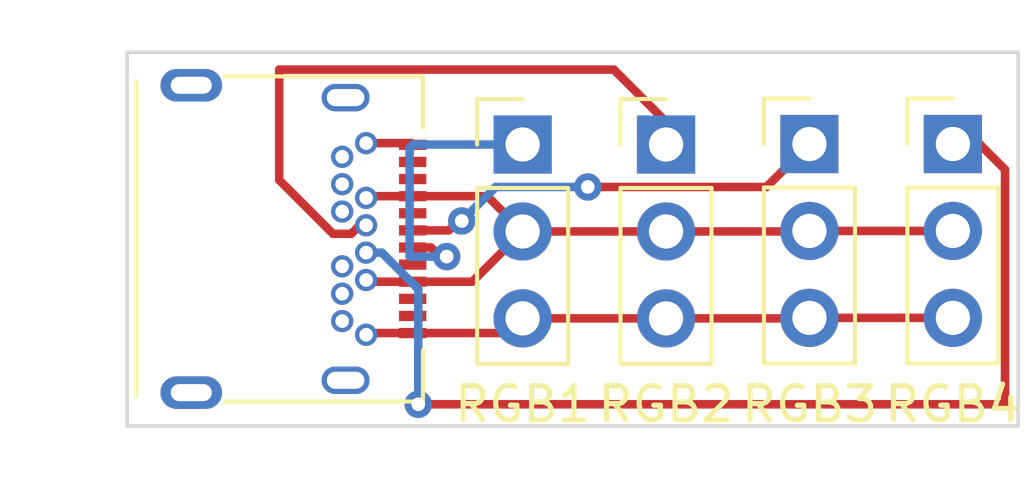
<source format=kicad_pcb>
(kicad_pcb (version 20211014) (generator pcbnew)
  (layers (0 "F.Cu" signal) (31 "B.Cu" signal) (34 "B.Paste" user) (35 "F.Paste" user) (36 "B.SilkS" user "B.Silkscreen") (37 "F.SilkS" user "F.Silkscreen") (38 "B.Mask" user) (39 "F.Mask" user) (44 "Edge.Cuts" user))
  (net 0 "")
  (net 1 "GND")
  (net 4 "VBUS")
  (net 6 "Net-(J1-PadA6)")
  (net 7 "Net-(J1-PadA7)")
  (net 14 "Net-(J1-PadB6)")
  (net 15 "Net-(J1-PadB7)")
  (footprint "Connector_PinHeader_2.54mm:PinHeader_1x03_P2.54mm_Vertical" (layer "F.Cu") (at 112.776 75.976)
    (fp_text reference "J3" hide)
    (fp_text value "RGB2" (at 0 7.59) (layer "F.SilkS"))
    (fp_line (start -1.33 0) (end -1.33 -1.33) (layer "F.SilkS") (width 0.12))
    (fp_line (start -1.33 6.41) (end 1.33 6.41) (layer "F.SilkS") (width 0.12))
    (fp_line (start -1.33 1.27) (end 1.33 1.27) (layer "F.SilkS") (width 0.12))
    (fp_line (start 1.33 1.27) (end 1.33 6.41) (layer "F.SilkS") (width 0.12))
    (fp_line (start -1.33 1.27) (end -1.33 6.41) (layer "F.SilkS") (width 0.12))
    (fp_line (start -1.33 -1.33) (end 0 -1.33) (layer "F.SilkS") (width 0.12))
    (pad "1" thru_hole rect (at 0 0) (size 1.7 1.7) (drill 1) (layers *.Cu *.Mask) (net 15 "Net-(J1-PadB7)"))
    (pad "2" thru_hole oval (at 0 2.54) (size 1.7 1.7) (drill 1) (layers *.Cu *.Mask) (net 4 "VBUS"))
    (pad "3" thru_hole oval (at 0 5.08) (size 1.7 1.7) (drill 1) (layers *.Cu *.Mask) (net 1 "GND"))
  )
  (footprint "Connector_PinHeader_2.54mm:PinHeader_1x03_P2.54mm_Vertical" (layer "F.Cu") (at 121.158 75.961)
    (fp_text reference "J5" hide)
    (fp_text value "RGB4" (at 0 7.605) (layer "F.SilkS"))
    (fp_line (start -1.33 0) (end -1.33 -1.33) (layer "F.SilkS") (width 0.12))
    (fp_line (start -1.33 1.27) (end 1.33 1.27) (layer "F.SilkS") (width 0.12))
    (fp_line (start -1.33 -1.33) (end 0 -1.33) (layer "F.SilkS") (width 0.12))
    (fp_line (start -1.33 6.41) (end 1.33 6.41) (layer "F.SilkS") (width 0.12))
    (fp_line (start -1.33 1.27) (end -1.33 6.41) (layer "F.SilkS") (width 0.12))
    (fp_line (start 1.33 1.27) (end 1.33 6.41) (layer "F.SilkS") (width 0.12))
    (pad "1" thru_hole rect (at 0 0) (size 1.7 1.7) (drill 1) (layers *.Cu *.Mask) (net 14 "Net-(J1-PadB6)"))
    (pad "2" thru_hole oval (at 0 2.54) (size 1.7 1.7) (drill 1) (layers *.Cu *.Mask) (net 4 "VBUS"))
    (pad "3" thru_hole oval (at 0 5.08) (size 1.7 1.7) (drill 1) (layers *.Cu *.Mask) (net 1 "GND"))
  )
  (footprint "Connector_PinHeader_2.54mm:PinHeader_1x03_P2.54mm_Vertical" (layer "F.Cu") (at 116.967 75.961)
    (fp_text reference "J4" hide)
    (fp_text value "RGB3" (at 0 7.605) (layer "F.SilkS"))
    (fp_line (start -1.33 1.27) (end -1.33 6.41) (layer "F.SilkS") (width 0.12))
    (fp_line (start -1.33 6.41) (end 1.33 6.41) (layer "F.SilkS") (width 0.12))
    (fp_line (start -1.33 1.27) (end 1.33 1.27) (layer "F.SilkS") (width 0.12))
    (fp_line (start -1.33 0) (end -1.33 -1.33) (layer "F.SilkS") (width 0.12))
    (fp_line (start -1.33 -1.33) (end 0 -1.33) (layer "F.SilkS") (width 0.12))
    (fp_line (start 1.33 1.27) (end 1.33 6.41) (layer "F.SilkS") (width 0.12))
    (pad "1" thru_hole rect (at 0 0) (size 1.7 1.7) (drill 1) (layers *.Cu *.Mask) (net 6 "Net-(J1-PadA6)"))
    (pad "2" thru_hole oval (at 0 2.54) (size 1.7 1.7) (drill 1) (layers *.Cu *.Mask) (net 4 "VBUS"))
    (pad "3" thru_hole oval (at 0 5.08) (size 1.7 1.7) (drill 1) (layers *.Cu *.Mask) (net 1 "GND"))
  )
  (footprint "Connector_PinHeader_2.54mm:PinHeader_1x03_P2.54mm_Vertical" (layer "F.Cu") (at 108.585 75.976)
    (fp_text reference "J2" hide)
    (fp_text value "RGB1" (at 0 7.59) (layer "F.SilkS"))
    (fp_line (start 1.33 1.27) (end 1.33 6.41) (layer "F.SilkS") (width 0.12))
    (fp_line (start -1.33 6.41) (end 1.33 6.41) (layer "F.SilkS") (width 0.12))
    (fp_line (start -1.33 1.27) (end 1.33 1.27) (layer "F.SilkS") (width 0.12))
    (fp_line (start -1.33 0) (end -1.33 -1.33) (layer "F.SilkS") (width 0.12))
    (fp_line (start -1.33 1.27) (end -1.33 6.41) (layer "F.SilkS") (width 0.12))
    (fp_line (start -1.33 -1.33) (end 0 -1.33) (layer "F.SilkS") (width 0.12))
    (pad "1" thru_hole rect (at 0 0) (size 1.7 1.7) (drill 1) (layers *.Cu *.Mask) (net 7 "Net-(J1-PadA7)"))
    (pad "2" thru_hole oval (at 0 2.54) (size 1.7 1.7) (drill 1) (layers *.Cu *.Mask) (net 4 "VBUS"))
    (pad "3" thru_hole oval (at 0 5.08) (size 1.7 1.7) (drill 1) (layers *.Cu *.Mask) (net 1 "GND"))
  )
  (footprint "USB-C-Connectors:TYPE-C-31-M-04" (layer "F.Cu") (at 100.303 78.735 -90)
    (fp_text reference "J1" hide)
    (fp_text value "USB_C_Receptacle")
    (fp_line (start -4.75 -5.37) (end -3.25 -5.37) (layer "F.SilkS") (width 0.12))
    (fp_line (start -4.75 -5.37) (end -4.75 0.4) (layer "F.SilkS") (width 0.12))
    (fp_line (start 4.75 -5.37) (end 4.75 0.4) (layer "F.SilkS") (width 0.12))
    (fp_line (start -4.6 3) (end 4.6 3) (layer "F.SilkS") (width 0.12))
    (fp_line (start 3.25 -5.37) (end 4.75 -5.37) (layer "F.SilkS") (width 0.12))
    (pad "" np_thru_hole circle locked (at -3.6 -4.36 270) (size 0.65 0.65) (drill 0.65) (layers *.Cu *.Mask))
    (pad "" np_thru_hole oval locked (at 3.6 -4.36 270) (size 0.95 0.65) (drill oval 0.95 0.65) (layers *.Cu *.Mask))
    (pad "31" thru_hole oval locked (at 4.49 1.4 270) (size 0.95 1.8) (drill oval 0.5 1.2) (layers *.Cu *.Mask))
    (pad "32" thru_hole oval locked (at 4.13 -3.11 270) (size 0.8 1.4) (drill oval 0.5 1.1) (layers *.Cu *.Mask))
    (pad "33" thru_hole oval locked (at -4.13 -3.11 270) (size 0.8 1.4) (drill oval 0.5 1.1) (layers *.Cu *.Mask))
    (pad "34" thru_hole oval locked (at -4.49 1.4 270) (size 0.95 1.8) (drill oval 0.5 1.2) (layers *.Cu *.Mask))
    (pad "A1" smd rect locked (at -2.75 -5.07 270) (size 0.3 0.8) (layers "F.Cu" "F.Paste" "F.Mask") (net 1 "GND"))
    (pad "A2" smd rect locked (at -2.25 -5.07 270) (size 0.3 0.8) (layers "F.Cu" "F.Paste" "F.Mask"))
    (pad "A3" smd rect locked (at -1.75 -5.07 270) (size 0.3 0.8) (layers "F.Cu" "F.Paste" "F.Mask"))
    (pad "A4" smd rect locked (at -1.25 -5.07 270) (size 0.3 0.8) (layers "F.Cu" "F.Paste" "F.Mask") (net 4 "VBUS"))
    (pad "A5" smd rect locked (at -0.75 -5.07 270) (size 0.3 0.8) (layers "F.Cu" "F.Paste" "F.Mask"))
    (pad "A6" smd rect locked (at -0.25 -5.07 270) (size 0.3 0.8) (layers "F.Cu" "F.Paste" "F.Mask") (net 6 "Net-(J1-PadA6)"))
    (pad "A7" smd rect locked (at 0.25 -5.07 270) (size 0.3 0.8) (layers "F.Cu" "F.Paste" "F.Mask") (net 7 "Net-(J1-PadA7)"))
    (pad "A8" smd rect locked (at 0.75 -5.07 270) (size 0.3 0.8) (layers "F.Cu" "F.Paste" "F.Mask"))
    (pad "A9" smd rect locked (at 1.25 -5.07 270) (size 0.3 0.8) (layers "F.Cu" "F.Paste" "F.Mask") (net 4 "VBUS"))
    (pad "A10" smd rect locked (at 1.75 -5.07 270) (size 0.3 0.8) (layers "F.Cu" "F.Paste" "F.Mask"))
    (pad "A11" smd rect locked (at 2.25 -5.07 270) (size 0.3 0.8) (layers "F.Cu" "F.Paste" "F.Mask"))
    (pad "A12" smd rect locked (at 2.75 -5.07 270) (size 0.3 0.8) (layers "F.Cu" "F.Paste" "F.Mask") (net 1 "GND"))
    (pad "B1" thru_hole circle locked (at 2.8 -3.71 270) (size 0.65 0.65) (drill 0.4) (layers *.Cu *.Mask) (net 1 "GND"))
    (pad "B2" thru_hole circle locked (at 2.4 -3.01 270) (size 0.65 0.65) (drill 0.4) (layers *.Cu *.Mask))
    (pad "B3" thru_hole circle locked (at 1.6 -3.01 270) (size 0.65 0.65) (drill 0.4) (layers *.Cu *.Mask))
    (pad "B4" thru_hole circle locked (at 1.2 -3.71 270) (size 0.65 0.65) (drill 0.4) (layers *.Cu *.Mask) (net 4 "VBUS"))
    (pad "B5" thru_hole circle locked (at 0.8 -3.01 270) (size 0.65 0.65) (drill 0.4) (layers *.Cu *.Mask))
    (pad "B6" thru_hole circle locked (at 0.4 -3.71 270) (size 0.65 0.65) (drill 0.4) (layers *.Cu *.Mask) (net 14 "Net-(J1-PadB6)"))
    (pad "B7" thru_hole circle locked (at -0.4 -3.71 270) (size 0.65 0.65) (drill 0.4) (layers *.Cu *.Mask) (net 15 "Net-(J1-PadB7)"))
    (pad "B8" thru_hole circle locked (at -0.8 -3.01 270) (size 0.65 0.65) (drill 0.4) (layers *.Cu *.Mask))
    (pad "B9" thru_hole circle locked (at -1.2 -3.71 270) (size 0.65 0.65) (drill 0.4) (layers *.Cu *.Mask) (net 4 "VBUS"))
    (pad "B10" thru_hole circle locked (at -1.6 -3.01 270) (size 0.65 0.65) (drill 0.4) (layers *.Cu *.Mask))
    (pad "B11" thru_hole circle locked (at -2.4 -3.01 270) (size 0.65 0.65) (drill 0.4) (layers *.Cu *.Mask))
    (pad "B12" thru_hole circle locked (at -2.8 -3.71 270) (size 0.65 0.65) (drill 0.4) (layers *.Cu *.Mask) (net 1 "GND"))
  )
  (gr_line (start 97.028 84.201) (end 123.063 84.201) (layer "Edge.Cuts") (width 0.1))
  (gr_line (start 97.028 73.279) (end 97.028 84.201) (layer "Edge.Cuts") (width 0.1))
  (gr_line (start 123.063 73.279) (end 97.028 73.279) (layer "Edge.Cuts") (width 0.1))
  (gr_line (start 123.063 84.201) (end 123.063 74.041) (layer "Edge.Cuts") (width 0.1))
  (gr_line (start 123.063 74.041) (end 123.063 73.279) (layer "Edge.Cuts") (width 0.1))
  (segment (start 105.373 81.485) (end 104.063 81.485) (width 0.25) (layer "F.Cu") (net 1))
  (segment (start 112.776 81.056) (end 116.952 81.056) (width 0.25) (layer "F.Cu") (net 1))
  (segment (start 104.063 81.485) (end 104.013 81.535) (width 0.25) (layer "F.Cu") (net 1))
  (segment (start 105.373 81.485) (end 108.156 81.485) (width 0.25) (layer "F.Cu") (net 1))
  (segment (start 105.323 75.935) (end 105.373 75.985) (width 0.25) (layer "F.Cu") (net 1))
  (segment (start 104.013 75.935) (end 105.323 75.935) (width 0.25) (layer "F.Cu") (net 1))
  (segment (start 108.585 81.056) (end 112.776 81.056) (width 0.25) (layer "F.Cu") (net 1))
  (segment (start 116.967 81.041) (end 121.158 81.041) (width 0.25) (layer "F.Cu") (net 1))
  (segment (start 108.156 81.485) (end 108.585 81.056) (width 0.25) (layer "F.Cu") (net 1))
  (segment (start 116.952 81.056) (end 116.967 81.041) (width 0.25) (layer "F.Cu") (net 1))
  (segment (start 116.967 78.501) (end 121.158 78.501) (width 0.25) (layer "F.Cu") (net 4))
  (segment (start 104.063 79.985) (end 105.373 79.985) (width 0.25) (layer "F.Cu") (net 4))
  (segment (start 112.776 78.516) (end 116.952 78.516) (width 0.25) (layer "F.Cu") (net 4))
  (segment (start 104.013 79.935) (end 104.063 79.985) (width 0.25) (layer "F.Cu") (net 4))
  (segment (start 104.063 77.485) (end 105.373 77.485) (width 0.25) (layer "F.Cu") (net 4))
  (segment (start 107.116 79.985) (end 108.585 78.516) (width 0.25) (layer "F.Cu") (net 4))
  (segment (start 108.585 78.516) (end 112.776 78.516) (width 0.25) (layer "F.Cu") (net 4))
  (segment (start 116.952 78.516) (end 116.967 78.501) (width 0.25) (layer "F.Cu") (net 4))
  (segment (start 107.554 77.485) (end 108.585 78.516) (width 0.25) (layer "F.Cu") (net 4))
  (segment (start 105.373 77.485) (end 107.554 77.485) (width 0.25) (layer "F.Cu") (net 4))
  (segment (start 104.013 77.535) (end 104.063 77.485) (width 0.25) (layer "F.Cu") (net 4))
  (segment (start 105.373 79.985) (end 107.116 79.985) (width 0.25) (layer "F.Cu") (net 4))
  (segment (start 106.427 78.485) (end 106.807 78.105) (width 0.25) (layer "F.Cu") (net 6))
  (segment (start 110.49 77.216) (end 115.712 77.216) (width 0.25) (layer "F.Cu") (net 6))
  (segment (start 106.807 78.105) (end 106.807 78.2095) (width 0.25) (layer "F.Cu") (net 6))
  (segment (start 115.712 77.216) (end 116.967 75.961) (width 0.25) (layer "F.Cu") (net 6))
  (segment (start 105.373 78.485) (end 106.427 78.485) (width 0.25) (layer "F.Cu") (net 6))
  (via (at 110.49 77.216) (size 0.8) (drill 0.4) (layers "F.Cu" "B.Cu") (net 6))
  (via (at 106.807 78.2095) (size 0.8) (drill 0.4) (layers "F.Cu" "B.Cu") (net 6))
  (segment (start 106.807 78.2095) (end 107.8005 77.216) (width 0.25) (layer "B.Cu") (net 6))
  (segment (start 107.8005 77.216) (end 110.49 77.216) (width 0.25) (layer "B.Cu") (net 6))
  (segment (start 106.299 79.375) (end 106.366578 79.307422) (width 0.25) (layer "F.Cu") (net 7))
  (segment (start 106.366578 79.307422) (end 106.366578 79.250929) (width 0.25) (layer "F.Cu") (net 7))
  (segment (start 105.909 78.985) (end 106.299 79.375) (width 0.25) (layer "F.Cu") (net 7))
  (segment (start 105.373 78.985) (end 105.909 78.985) (width 0.25) (layer "F.Cu") (net 7))
  (via (at 106.366578 79.250929) (size 0.8) (drill 0.4) (layers "F.Cu" "B.Cu") (net 7))
  (segment (start 106.366578 79.250929) (end 105.285929 79.250929) (width 0.25) (layer "B.Cu") (net 7))
  (segment (start 105.283 76.073) (end 105.38 75.976) (width 0.25) (layer "B.Cu") (net 7))
  (segment (start 105.38 75.976) (end 108.585 75.976) (width 0.25) (layer "B.Cu") (net 7))
  (segment (start 105.283 79.248) (end 105.283 76.073) (width 0.25) (layer "B.Cu") (net 7))
  (segment (start 105.285929 79.250929) (end 105.283 79.248) (width 0.25) (layer "B.Cu") (net 7))
  (segment (start 122.682 83.566) (end 122.682 76.708) (width 0.25) (layer "F.Cu") (net 14))
  (segment (start 105.537 83.566) (end 122.682 83.566) (width 0.25) (layer "F.Cu") (net 14))
  (segment (start 121.935 75.961) (end 121.158 75.961) (width 0.25) (layer "F.Cu") (net 14))
  (segment (start 122.682 76.708) (end 121.935 75.961) (width 0.25) (layer "F.Cu") (net 14))
  (via (at 105.537 83.566) (size 0.8) (drill 0.4) (layers "F.Cu" "B.Cu") (net 14))
  (segment (start 105.537 80.199381) (end 105.537 83.566) (width 0.25) (layer "B.Cu") (net 14))
  (segment (start 104.472619 79.135) (end 105.537 80.199381) (width 0.25) (layer "B.Cu") (net 14))
  (segment (start 104.013 79.135) (end 104.472619 79.135) (width 0.25) (layer "B.Cu") (net 14))
  (segment (start 105.537 83.82) (end 105.537 83.566) (width 0.25) (layer "B.Cu") (net 14))
  (segment (start 104.013 78.335) (end 103.831548 78.335) (width 0.25) (layer "F.Cu") (net 15))
  (segment (start 103.582037 78.584511) (end 103.043963 78.584511) (width 0.25) (layer "F.Cu") (net 15))
  (segment (start 101.473 77.013548) (end 101.473 73.787) (width 0.25) (layer "F.Cu") (net 15))
  (segment (start 112.776 75.311) (end 112.776 75.976) (width 0.25) (layer "F.Cu") (net 15))
  (segment (start 111.252 73.787) (end 112.776 75.311) (width 0.25) (layer "F.Cu") (net 15))
  (segment (start 101.473 73.787) (end 111.252 73.787) (width 0.25) (layer "F.Cu") (net 15))
  (segment (start 103.831548 78.335) (end 103.582037 78.584511) (width 0.25) (layer "F.Cu") (net 15))
  (segment (start 103.043963 78.584511) (end 101.473 77.013548) (width 0.25) (layer "F.Cu") (net 15))
)
</source>
